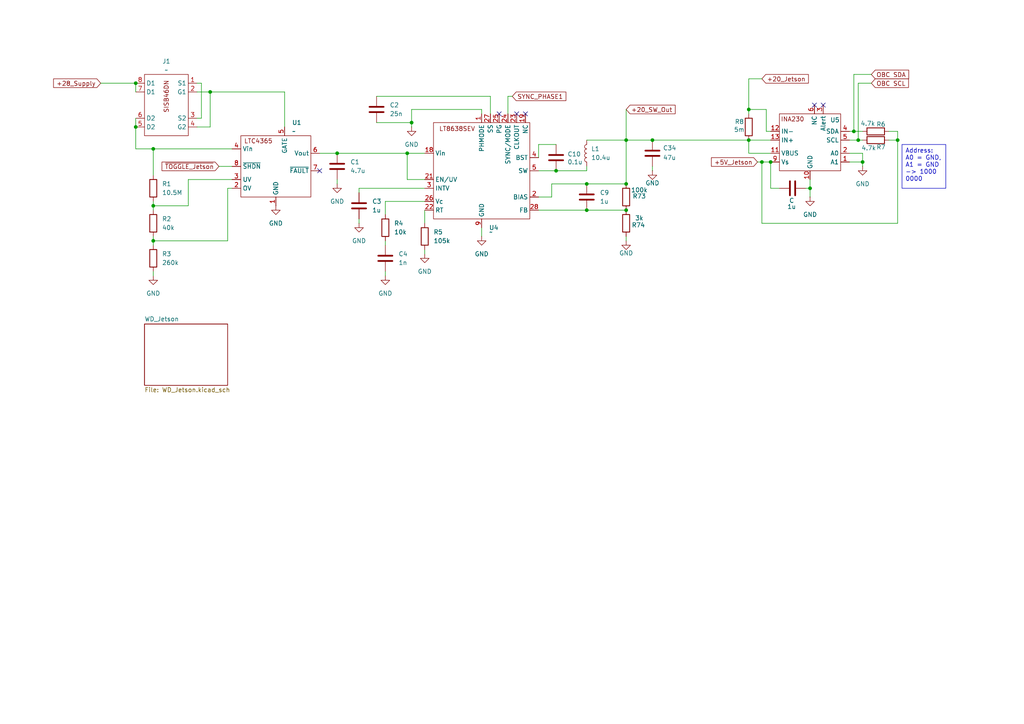
<source format=kicad_sch>
(kicad_sch (version 20250114) (generator "eeschema") (generator_version "9.0")
  (paper "A4")
  (lib_symbols
    (symbol "Device:C" (pin_numbers (hide yes)) (pin_names (offset 0.254))
      (property "Reference" "C" (at 0.635 2.54 0))
      (property "Value" "C" (at 0.635 -2.54 0))
      (symbol "C_0_1"
        (polyline (pts (xy -2.032 0.762) (xy 2.032 0.762)) (stroke (width 0.508)))
        (polyline (pts (xy -2.032 -0.762) (xy 2.032 -0.762)) (stroke (width 0.508)))
      )
      (symbol "C_1_1"
        (pin passive line (at 0 3.81 270) (length 2.794) (name "~") (number "1"))
        (pin passive line (at 0 -3.81 90) (length 2.794) (name "~") (number "2"))
      )
    )
    (symbol "Device:L" (pin_numbers (hide yes)) (pin_names (offset 1.016) (hide yes))
      (property "Reference" "L" (at -1.27 0 90))
      (property "Value" "L" (at 1.905 0 90))
      (symbol "L_0_1"
        (arc (start 0 2.54) (mid 0.6323 1.905) (end 0 1.27))
        (arc (start 0 1.27) (mid 0.6323 0.635) (end 0 0))
        (arc (start 0 0) (mid 0.6323 -0.635) (end 0 -1.27))
        (arc (start 0 -1.27) (mid 0.6323 -1.905) (end 0 -2.54))
      )
      (symbol "L_1_1"
        (pin passive line (at 0 3.81 270) (length 1.27) (name "1") (number "1"))
        (pin passive line (at 0 -3.81 90) (length 1.27) (name "2") (number "2"))
      )
    )
    (symbol "Device:R" (pin_numbers (hide yes)) (pin_names (offset 0))
      (property "Reference" "R" (at 2.032 0 90))
      (property "Value" "R" (at 0 0 90))
      (symbol "R_0_1"
        (rectangle (start -1.016 -2.54) (end 1.016 2.54) (stroke (width 0.254)))
      )
      (symbol "R_1_1"
        (pin passive line (at 0 3.81 270) (length 1.27) (name "~") (number "1"))
        (pin passive line (at 0 -3.81 90) (length 1.27) (name "~") (number "2"))
      )
    )
    (symbol "INA230:INA230 [RGT PACKAGE]"
      (property "Reference" "U" (at 7.62 7.62 0))
      (property "Value" "INA230" (at 0 0 0))
      (symbol "INA230 [RGT PACKAGE]_0_1"
        (rectangle (start -8.89 8.89) (end 8.89 -7.62))
      )
      (symbol "INA230 [RGT PACKAGE]_1_1"
        (text "INA230" (at -5.08 7.366 0) (effects (font (size 1.27 1.27))))
        (pin input line (at -11.43 3.81 0) (length 2.54) (name "IN-") (number "12"))
        (pin input line (at -11.43 1.27 0) (length 2.54) (name "IN+") (number "13"))
        (pin input line (at -11.43 -2.54 0) (length 2.54) (name "VBUS") (number "11"))
        (pin power_in line (at -11.43 -5.08 0) (length 2.54) (name "Vs") (number "9"))
        (pin power_in line (at 0 -10.16 90) (length 2.54) (name "GND") (number "10"))
        (pin passive line (at 1.27 11.43 270) (length 2.54) (name "NC") (number "6"))
        (pin output line (at 3.81 11.43 270) (length 2.54) (name "Alert") (number "3"))
        (pin bidirectional line (at 11.43 3.81 180) (length 2.54) (name "SDA") (number "4"))
        (pin bidirectional line (at 11.43 1.27 180) (length 2.54) (name "SCL") (number "5"))
        (pin input line (at 11.43 -2.54 180) (length 2.54) (name "A0") (number "2"))
        (pin input line (at 11.43 -5.08 180) (length 2.54) (name "A1") (number "1"))
      )
    )
    (symbol "LT863SEV#PBF_1"
      (property "Reference" "U" (at 12.954 -2.286 0))
      (symbol "LT863SEV#PBF_1_0_1"
        (rectangle (start -13.97 15.24) (end 13.97 -12.7))
      )
      (symbol "LT863SEV#PBF_1_1_1"
        (text "LT8638SEV\n" (at -7.112 13.462 0) (effects (font (size 1.27 1.27))))
        (pin power_in line (at -16.51 6.35 0) (length 2.54) (name "Vin") (number "18"))
        (pin input line (at -16.51 -1.27 0) (length 2.54) (name "EN/UV") (number "21"))
        (pin input line (at -16.51 -3.81 0) (length 2.54) (name "INTV") (number "3"))
        (pin input line (at -16.51 -7.62 0) (length 2.54) (name "Vc") (number "26"))
        (pin passive line (at -16.51 -10.16 0) (length 2.54) (name "RT") (number "22"))
        (pin passive line (at 0 17.78 270) (length 2.54) (name "PHMODE") (number "1"))
        (pin power_out line (at 0 -15.24 90) (length 2.54) (name "GND") (number "9"))
        (pin passive line (at 2.54 17.78 270) (length 2.54) (name "SS") (number "27"))
        (pin passive line (at 5.08 17.78 270) (length 2.54) (name "PG") (number "25"))
        (pin passive line (at 7.62 17.78 270) (length 2.54) (name "SYNC/MODE") (number "24"))
        (pin passive line (at 10.16 17.78 270) (length 2.54) (name "CLKOUT") (number "23"))
        (pin passive line (at 12.7 17.78 270) (length 2.54) (name "NC") (number "19"))
        (pin power_out line (at 16.51 5.08 180) (length 2.54) (name "BST") (number "4"))
        (pin power_out line (at 16.51 1.27 180) (length 2.54) (name "SW") (number "5"))
        (pin power_out line (at 16.51 -6.35 180) (length 2.54) (name "BIAS") (number "2"))
        (pin power_out line (at 16.51 -10.16 180) (length 2.54) (name "FB") (number "28"))
      )
    )
    (symbol "LTC4365_1"
      (property "Reference" "U" (at 7.874 -7.874 0))
      (symbol "LTC4365_1_0_1"
        (rectangle (start -11.43 8.89) (end 8.89 -8.89))
      )
      (symbol "LTC4365_1_1_1"
        (text "LTC4365\n" (at -6.35 7.366 0) (effects (font (size 1.27 1.27))))
        (pin power_in line (at -13.97 5.08 0) (length 2.54) (name "Vin") (number "4"))
        (pin input line (at -13.97 0 0) (length 2.54) (name "~{SHDN}") (number "8"))
        (pin input line (at -13.97 -3.81 0) (length 2.54) (name "UV") (number "3"))
        (pin input line (at -13.97 -6.35 0) (length 2.54) (name "OV") (number "2"))
        (pin power_in line (at -1.27 -11.43 90) (length 2.54) (name "GND") (number "1"))
        (pin output line (at 1.27 11.43 270) (length 2.54) (name "GATE") (number "5"))
        (pin power_out line (at 11.43 3.81 180) (length 2.54) (name "Vout") (number "6"))
        (pin input line (at 11.43 -1.27 180) (length 2.54) (name "~{FAULT}") (number "7"))
      )
    )
    (symbol "SISB46DN:SISB46DN"
      (property "Reference" "J" (at 10.16 -5.08 0))
      (symbol "SISB46DN_0_1"
        (rectangle (start -8.89 6.3499) (end 8.89 -6.3499))
      )
      (symbol "SISB46DN_1_1"
        (text "SISB46DN\n" (at 2.54 0 0) (effects (font (size 1.27 1.27))))
        (pin power_out line (at -6.35 8.89 270) (length 2.54) (name "D2") (number "5"))
        (pin input line (at -6.35 -8.89 90) (length 2.54) (name "G2") (number "4"))
        (pin power_out line (at -3.81 8.89 270) (length 2.54) (name "D2") (number "6"))
        (pin power_out line (at -3.81 -8.89 90) (length 2.54) (name "S2") (number "3"))
        (pin power_out line (at 3.81 8.89 270) (length 2.54) (name "D1") (number "7"))
        (pin power_out line (at 3.81 -8.89 90) (length 2.54) (name "G1") (number "2"))
        (pin power_out line (at 6.35 8.89 270) (length 2.54) (name "D1") (number "8"))
        (pin power_out line (at 6.35 -8.89 90) (length 2.54) (name "S1") (number "1"))
      )
    )
    (symbol "power:GND" (power) (pin_numbers (hide yes)) (pin_names (offset 0) (hide yes))
      (property "Value" "GND" (at 0 -3.81 0))
      (symbol "GND_0_1"
        (polyline (pts (xy 0 0) (xy 0 -1.27) (xy 1.27 -1.27) (xy 0 -2.54) (xy -1.27 -1.27) (xy 0 -1.27)))
      )
      (symbol "GND_1_1"
        (pin power_in line (at 0 0 270) (length 0) (name "~") (number "1"))
      )
    )
  )
  (text_box "Address: A0 = GND, A1 = GND -> 1000 0000" (at 261.62 41.91 0) (size 12.7 12.7) (margins 0.9525 0.9525 0.9525 0.9525) (effects (font (size 1.27 1.27)) (justify left top)))
  (junction (at 60.96 26.67))
  (junction (at 119.38 35.56))
  (junction (at 189.23 40.64))
  (junction (at 44.45 43.18))
  (junction (at 44.45 59.69))
  (junction (at 118.11 44.45))
  (junction (at 97.79 44.45))
  (junction (at 250.19 46.99))
  (junction (at 234.95 54.61))
  (junction (at 181.61 40.64))
  (junction (at 223.52 46.99))
  (junction (at 170.18 60.96))
  (junction (at 44.45 69.85))
  (junction (at 217.17 31.75))
  (junction (at 39.37 24.13))
  (junction (at 161.29 49.53))
  (junction (at 248.92 40.64))
  (junction (at 170.18 53.34))
  (junction (at 220.98 46.99))
  (junction (at 181.61 60.96))
  (junction (at 247.65 38.1))
  (junction (at 260.35 40.64))
  (junction (at 39.37 36.83))
  (junction (at 217.17 40.64))
  (junction (at 181.61 53.34))
  (no_connect (at 144.78 33.02))
  (no_connect (at 238.76 30.48))
  (no_connect (at 152.4 33.02))
  (no_connect (at 92.71 49.53))
  (no_connect (at 236.22 30.48))
  (no_connect (at 149.86 33.02))
  (wire (pts (xy 104.14 63.5) (xy 104.14 64.77)))
  (wire (pts (xy 234.95 54.61) (xy 234.95 52.07)))
  (wire (pts (xy 60.96 26.67) (xy 82.55 26.67)))
  (wire (pts (xy 44.45 43.18) (xy 44.45 50.8)))
  (wire (pts (xy 123.19 60.96) (xy 123.19 64.77)))
  (wire (pts (xy 260.35 40.64) (xy 260.35 38.1)))
  (wire (pts (xy 246.38 40.64) (xy 248.92 40.64)))
  (wire (pts (xy 247.65 38.1) (xy 250.19 38.1)))
  (wire (pts (xy 44.45 69.85) (xy 66.04 69.85)))
  (wire (pts (xy 142.24 33.02) (xy 142.24 27.94)))
  (wire (pts (xy 248.92 24.13) (xy 252.73 24.13)))
  (wire (pts (xy 220.98 46.99) (xy 223.52 46.99)))
  (wire (pts (xy 57.15 26.67) (xy 60.96 26.67)))
  (wire (pts (xy 220.98 64.77) (xy 260.35 64.77)))
  (wire (pts (xy 39.37 43.18) (xy 44.45 43.18)))
  (wire (pts (xy 189.23 48.26) (xy 189.23 49.53)))
  (wire (pts (xy 119.38 31.75) (xy 119.38 35.56)))
  (wire (pts (xy 66.04 69.85) (xy 66.04 54.61)))
  (wire (pts (xy 57.15 36.83) (xy 60.96 36.83)))
  (wire (pts (xy 104.14 55.88) (xy 104.14 54.61)))
  (wire (pts (xy 217.17 31.75) (xy 217.17 22.86)))
  (wire (pts (xy 111.76 69.85) (xy 111.76 71.12)))
  (wire (pts (xy 222.25 31.75) (xy 222.25 38.1)))
  (wire (pts (xy 123.19 52.07) (xy 118.11 52.07)))
  (wire (pts (xy 111.76 78.74) (xy 111.76 80.01)))
  (wire (pts (xy 58.42 34.29) (xy 58.42 24.13)))
  (wire (pts (xy 44.45 59.69) (xy 44.45 60.96)))
  (wire (pts (xy 247.65 21.59) (xy 252.73 21.59)))
  (wire (pts (xy 58.42 24.13) (xy 57.15 24.13)))
  (wire (pts (xy 44.45 58.42) (xy 44.45 59.69)))
  (wire (pts (xy 220.98 46.99) (xy 220.98 64.77)))
  (wire (pts (xy 111.76 58.42) (xy 111.76 62.23)))
  (wire (pts (xy 139.7 66.04) (xy 139.7 68.58)))
  (wire (pts (xy 246.38 38.1) (xy 247.65 38.1)))
  (wire (pts (xy 156.21 41.91) (xy 161.29 41.91)))
  (wire (pts (xy 181.61 40.64) (xy 170.18 40.64)))
  (wire (pts (xy 257.81 40.64) (xy 260.35 40.64)))
  (wire (pts (xy 223.52 46.99) (xy 223.52 54.61)))
  (wire (pts (xy 142.24 27.94) (xy 109.22 27.94)))
  (wire (pts (xy 181.61 40.64) (xy 181.61 53.34)))
  (wire (pts (xy 260.35 38.1) (xy 257.81 38.1)))
  (wire (pts (xy 248.92 40.64) (xy 248.92 24.13)))
  (wire (pts (xy 222.25 38.1) (xy 223.52 38.1)))
  (wire (pts (xy 118.11 52.07) (xy 118.11 44.45)))
  (wire (pts (xy 119.38 36.83) (xy 119.38 35.56)))
  (wire (pts (xy 160.02 53.34) (xy 160.02 57.15)))
  (wire (pts (xy 246.38 44.45) (xy 250.19 44.45)))
  (wire (pts (xy 44.45 69.85) (xy 44.45 71.12)))
  (wire (pts (xy 156.21 57.15) (xy 160.02 57.15)))
  (wire (pts (xy 217.17 40.64) (xy 217.17 44.45)))
  (wire (pts (xy 109.22 35.56) (xy 119.38 35.56)))
  (wire (pts (xy 170.18 49.53) (xy 170.18 48.26)))
  (wire (pts (xy 217.17 40.64) (xy 223.52 40.64)))
  (wire (pts (xy 234.95 57.15) (xy 234.95 54.61)))
  (wire (pts (xy 39.37 36.83) (xy 39.37 43.18)))
  (wire (pts (xy 260.35 64.77) (xy 260.35 40.64)))
  (wire (pts (xy 156.21 49.53) (xy 161.29 49.53)))
  (wire (pts (xy 248.92 40.64) (xy 250.19 40.64)))
  (wire (pts (xy 104.14 54.61) (xy 123.19 54.61)))
  (wire (pts (xy 123.19 72.39) (xy 123.19 73.66)))
  (wire (pts (xy 161.29 49.53) (xy 170.18 49.53)))
  (wire (pts (xy 219.71 46.99) (xy 220.98 46.99)))
  (wire (pts (xy 82.55 26.67) (xy 82.55 36.83)))
  (wire (pts (xy 139.7 31.75) (xy 119.38 31.75)))
  (wire (pts (xy 246.38 46.99) (xy 250.19 46.99)))
  (wire (pts (xy 217.17 31.75) (xy 222.25 31.75)))
  (wire (pts (xy 217.17 44.45) (xy 223.52 44.45)))
  (wire (pts (xy 97.79 52.07) (xy 97.79 53.34)))
  (wire (pts (xy 233.68 54.61) (xy 234.95 54.61)))
  (wire (pts (xy 54.61 52.07) (xy 54.61 59.69)))
  (wire (pts (xy 44.45 78.74) (xy 44.45 80.01)))
  (wire (pts (xy 170.18 53.34) (xy 181.61 53.34)))
  (wire (pts (xy 156.21 60.96) (xy 170.18 60.96)))
  (wire (pts (xy 54.61 52.07) (xy 67.31 52.07)))
  (wire (pts (xy 44.45 68.58) (xy 44.45 69.85)))
  (wire (pts (xy 29.21 24.13) (xy 39.37 24.13)))
  (wire (pts (xy 66.04 54.61) (xy 67.31 54.61)))
  (wire (pts (xy 123.19 58.42) (xy 111.76 58.42)))
  (wire (pts (xy 44.45 43.18) (xy 67.31 43.18)))
  (wire (pts (xy 44.45 59.69) (xy 54.61 59.69)))
  (wire (pts (xy 57.15 34.29) (xy 58.42 34.29)))
  (wire (pts (xy 139.7 31.75) (xy 139.7 33.02)))
  (wire (pts (xy 92.71 44.45) (xy 97.79 44.45)))
  (wire (pts (xy 181.61 40.64) (xy 189.23 40.64)))
  (wire (pts (xy 156.21 45.72) (xy 156.21 41.91)))
  (wire (pts (xy 217.17 22.86) (xy 220.98 22.86)))
  (wire (pts (xy 39.37 34.29) (xy 39.37 36.83)))
  (wire (pts (xy 247.65 38.1) (xy 247.65 21.59)))
  (wire (pts (xy 160.02 53.34) (xy 170.18 53.34)))
  (wire (pts (xy 63.5 48.26) (xy 67.31 48.26)))
  (wire (pts (xy 97.79 44.45) (xy 118.11 44.45)))
  (wire (pts (xy 181.61 40.64) (xy 181.61 31.75)))
  (wire (pts (xy 170.18 60.96) (xy 181.61 60.96)))
  (wire (pts (xy 189.23 40.64) (xy 217.17 40.64)))
  (wire (pts (xy 223.52 54.61) (xy 226.06 54.61)))
  (wire (pts (xy 60.96 26.67) (xy 60.96 36.83)))
  (wire (pts (xy 148.59 27.94) (xy 147.32 27.94)))
  (wire (pts (xy 118.11 44.45) (xy 123.19 44.45)))
  (wire (pts (xy 147.32 27.94) (xy 147.32 33.02)))
  (wire (pts (xy 250.19 44.45) (xy 250.19 46.99)))
  (wire (pts (xy 217.17 31.75) (xy 217.17 33.02)))
  (wire (pts (xy 181.61 69.85) (xy 181.61 68.58)))
  (wire (pts (xy 250.19 46.99) (xy 250.19 48.26)))
  (wire (pts (xy 39.37 24.13) (xy 39.37 26.67)))
  (global_label "+20_SW_Out" (shape input) (at 181.61 31.75 0) (property "Intersheetrefs" "${INTERSHEET_REFS}" (effects (hide yes))))
  (global_label "+20_Jetson" (shape input) (at 220.98 22.86 0) (property "Intersheetrefs" "${INTERSHEET_REFS}" (effects (hide yes))))
  (global_label "+28_Supply" (shape input) (at 29.21 24.13 180) (property "Intersheetrefs" "${INTERSHEET_REFS}" (effects (hide yes))))
  (global_label "OBC SDA" (shape input) (at 252.73 21.59 0) (property "Intersheetrefs" "${INTERSHEET_REFS}" (effects (hide yes))))
  (global_label "OBC SCL" (shape input) (at 252.73 24.13 0) (property "Intersheetrefs" "${INTERSHEET_REFS}" (effects (hide yes))))
  (global_label "+5V_Jetson" (shape input) (at 219.71 46.99 180) (property "Intersheetrefs" "${INTERSHEET_REFS}" (effects (hide yes))))
  (global_label "SYNC_PHASE1" (shape input) (at 148.59 27.94 0) (property "Intersheetrefs" "${INTERSHEET_REFS}" (effects (hide yes))))
  (global_label "~{TOGGLE_Jetson}" (shape input) (at 63.5 48.26 180) (property "Intersheetrefs" "${INTERSHEET_REFS}" (effects (hide yes))))
  (symbol (lib_id "Device:C") (at 97.79 48.26 0) (unit 1)
    (property "Reference" "C1" (at 101.6 46.9899 0) (effects (justify left)))
    (property "Value" "4.7u" (at 101.6 49.5299 0) (effects (justify left)))
    (property "Description" "Unpolarized capacitor" (effects (hide yes)))
  )
  (symbol (lib_id "Device:R") (at 44.45 54.61 0) (unit 1)
    (property "Reference" "R1" (at 46.99 53.3399 0) (effects (justify left)))
    (property "Value" "10.5M" (at 46.99 55.8799 0) (effects (justify left)))
    (property "Description" "Resistor" (effects (hide yes)))
  )
  (symbol (lib_id "power:GND") (at 119.38 36.83 0) (unit 1)
    (property "Reference" "#PWR07" (effects (hide yes)))
    (property "Value" "GND" (at 119.38 41.91 0))
    (property "Description" "Power symbol creates a global label with name \"GND\" , ground" (effects (hide yes)))
  )
  (symbol (lib_id "Device:C") (at 161.29 45.72 0) (unit 1)
    (property "Reference" "C10" (at 164.592 44.704 0) (effects (justify left)))
    (property "Value" "0.1u" (at 164.592 46.99 0) (effects (justify left)))
    (property "Description" "Unpolarized capacitor" (effects (hide yes)))
  )
  (symbol (lib_id "Device:R") (at 44.45 74.93 0) (unit 1)
    (property "Reference" "R3" (at 46.99 73.6599 0) (effects (justify left)))
    (property "Value" "260k" (at 46.99 76.1999 0) (effects (justify left)))
    (property "Description" "Resistor" (effects (hide yes)))
  )
  (symbol (lib_id "Device:R") (at 254 38.1 90) (unit 1)
    (property "Reference" "R6" (at 255.524 36.068 90))
    (property "Value" "4.7k" (at 251.714 35.814 90))
    (property "Description" "Resistor" (effects (hide yes)))
  )
  (symbol (lib_id "power:GND") (at 123.19 73.66 0) (unit 1)
    (property "Reference" "#PWR010" (effects (hide yes)))
    (property "Value" "GND" (at 123.19 78.74 0))
    (property "Description" "Power symbol creates a global label with name \"GND\" , ground" (effects (hide yes)))
  )
  (symbol (lib_id "Device:R") (at 111.76 66.04 0) (unit 1)
    (property "Reference" "R4" (at 114.3 64.7699 0) (effects (justify left)))
    (property "Value" "10k" (at 114.3 67.3099 0) (effects (justify left)))
    (property "Description" "Resistor" (effects (hide yes)))
  )
  (symbol (lib_id "Device:C") (at 109.22 31.75 0) (unit 1)
    (property "Reference" "C2" (at 113.03 30.4799 0) (effects (justify left)))
    (property "Value" "25n" (at 113.03 33.0199 0) (effects (justify left)))
    (property "Description" "Unpolarized capacitor" (effects (hide yes)))
  )
  (symbol (lib_name "LTC4365_1") (lib_id "LTC4365:LTC4365") (at 81.28 48.26 0) (unit 1)
    (property "Reference" "U1" (at 84.6933 35.56 0) (effects (justify left)))
    (property "Value" "~" (at 84.6933 38.1 0) (effects (justify left)))
    (property "Footprint" "RevC Footprints:LTC4365" (effects (hide yes)))
    (property "Datasheet" "https://www.analog.com/media/en/technical-documentation/data-sheets/LTC4365.pdf" (effects (hide yes)))
    (property "Description" "Overvoltage, Undervoltage and Reverse Supply Protection Controller" (effects (hide yes)))
  )
  (symbol (lib_id "power:GND") (at 111.76 80.01 0) (unit 1)
    (property "Reference" "#PWR09" (effects (hide yes)))
    (property "Value" "GND" (at 111.76 85.09 0))
    (property "Description" "Power symbol creates a global label with name \"GND\" , ground" (effects (hide yes)))
  )
  (symbol (lib_id "power:GND") (at 44.45 80.01 0) (unit 1)
    (property "Reference" "#PWR04" (effects (hide yes)))
    (property "Value" "GND" (at 44.45 85.09 0))
    (property "Description" "Power symbol creates a global label with name \"GND\" , ground" (effects (hide yes)))
  )
  (symbol (lib_id "Device:C") (at 189.23 44.45 0) (unit 1)
    (property "Reference" "C34" (at 192.278 42.926 0) (effects (justify left)))
    (property "Value" "47u" (at 192.278 45.72 0) (effects (justify left)))
    (property "Description" "Unpolarized capacitor" (effects (hide yes)))
  )
  (symbol (lib_name "LT863SEV#PBF_1") (lib_id "LT8638SEV#PBF:LT863SEV#PBF") (at 139.7 50.8 0) (unit 1)
    (property "Reference" "U4" (at 141.8433 66.04 0) (effects (justify left)))
    (property "Value" "~" (at 141.8433 67.31 0) (effects (justify left)))
    (property "Footprint" "RevC Footprints:LT8638SEVPBF" (effects (hide yes)))
    (property "Datasheet" "https://www.mouser.com/datasheet/2/609/lt8638s-2301712.pdf" (effects (hide yes)))
    (property "Description" "42V, 10A/12A Peak Synchronous Step-Down Silent Switcher 2" (effects (hide yes)))
  )
  (symbol (lib_id "Device:C") (at 104.14 59.69 0) (unit 1)
    (property "Reference" "C3" (at 107.95 58.4199 0) (effects (justify left)))
    (property "Value" "1u" (at 107.95 60.9599 0) (effects (justify left)))
    (property "Description" "Unpolarized capacitor" (effects (hide yes)))
  )
  (symbol (lib_id "power:GND") (at 181.61 69.85 0) (unit 1)
    (property "Reference" "#PWR057" (effects (hide yes)))
    (property "Value" "GND" (at 181.61 73.406 0))
    (property "Description" "Power symbol creates a global label with name \"GND\" , ground" (effects (hide yes)))
  )
  (symbol (lib_id "power:GND") (at 189.23 49.53 0) (unit 1)
    (property "Reference" "#PWR058" (effects (hide yes)))
    (property "Value" "GND" (at 189.23 53.086 0))
    (property "Description" "Power symbol creates a global label with name \"GND\" , ground" (effects (hide yes)))
  )
  (symbol (lib_id "Device:C") (at 111.76 74.93 0) (unit 1)
    (property "Reference" "C4" (at 115.57 73.6599 0) (effects (justify left)))
    (property "Value" "1n" (at 115.57 76.1999 0) (effects (justify left)))
    (property "Description" "Unpolarized capacitor" (effects (hide yes)))
  )
  (symbol (lib_id "Device:R") (at 181.61 64.77 0) (unit 1)
    (property "Reference" "R74" (at 185.166 65.278 0))
    (property "Value" "3k" (at 185.42 63.246 0))
    (property "Description" "Resistor" (effects (hide yes)))
  )
  (symbol (lib_id "power:GND") (at 80.01 59.69 0) (unit 1)
    (property "Reference" "#PWR01" (effects (hide yes)))
    (property "Value" "GND" (at 80.01 64.77 0))
    (property "Description" "Power symbol creates a global label with name \"GND\" , ground" (effects (hide yes)))
  )
  (symbol (lib_id "Device:R") (at 123.19 68.58 0) (unit 1)
    (property "Reference" "R5" (at 125.73 67.3099 0) (effects (justify left)))
    (property "Value" "105k" (at 125.73 69.8499 0) (effects (justify left)))
    (property "Description" "Resistor" (effects (hide yes)))
  )
  (symbol (lib_id "power:GND") (at 104.14 64.77 0) (unit 1)
    (property "Reference" "#PWR08" (effects (hide yes)))
    (property "Value" "GND" (at 104.14 69.85 0))
    (property "Description" "Power symbol creates a global label with name \"GND\" , ground" (effects (hide yes)))
  )
  (symbol (lib_id "Device:R") (at 181.61 57.15 180) (unit 1)
    (property "Reference" "R73" (at 185.42 56.896 0))
    (property "Value" "100k" (at 185.42 55.118 0))
    (property "Description" "Resistor" (effects (hide yes)))
  )
  (symbol (lib_id "SISB46DN:SISB46DN") (at 48.26 30.48 90) (unit 1)
    (property "Reference" "J1" (at 48.26 17.78 90))
    (property "Value" "~" (at 48.26 20.32 90))
    (property "Footprint" "RevC Footprints:MOSFET_DN-T1-GE3_VIS" (effects (hide yes)))
    (property "Datasheet" "https://www.vishay.com/docs/76655/sisb46dn.pdf" (effects (hide yes)))
    (property "Description" "Dual N-Channel 40V (D-S) MOSFET" (effects (hide yes)))
  )
  (symbol (lib_id "Device:R") (at 44.45 64.77 0) (unit 1)
    (property "Reference" "R2" (at 46.99 63.4999 0) (effects (justify left)))
    (property "Value" "40k" (at 46.99 66.0399 0) (effects (justify left)))
    (property "Description" "Resistor" (effects (hide yes)))
  )
  (symbol (lib_id "Device:C") (at 229.87 54.61 270) (unit 1)
    (property "Reference" "1u" (at 229.616 59.944 90))
    (property "Value" "C" (at 229.616 58.166 90))
    (property "Description" "Unpolarized capacitor" (effects (hide yes)))
  )
  (symbol (lib_id "INA230:INA230 [RGT PACKAGE]") (at 234.95 41.91 0) (unit 1)
    (property "Reference" "U5" (at 240.792 34.798 0) (effects (justify left)))
    (property "Value" "INA230" (effects (hide yes)))
    (property "Footprint" "RevC Footprints:INA230AIRGTT" (effects (hide yes)))
    (property "Datasheet" "https://www.ti.com/lit/ds/symlink/ina230.pdf?ts=1739195723292" (effects (hide yes)))
    (property "Description" "INA230 36V, 16-Bit, I2C Output Current, Voltage and Power Monitor With Alert" (effects (hide yes)))
  )
  (symbol (lib_id "Device:L") (at 170.18 44.45 180) (unit 1)
    (property "Reference" "L1" (at 171.45 43.1799 0) (effects (justify right)))
    (property "Value" "10.4u" (at 171.45 45.7199 0) (effects (justify right)))
    (property "Description" "Inductor" (effects (hide yes)))
  )
  (symbol (lib_id "Device:R") (at 217.17 36.83 0) (unit 1)
    (property "Reference" "R8" (at 213.106 35.306 0) (effects (justify left)))
    (property "Value" "5m" (at 212.852 37.592 0) (effects (justify left)))
    (property "Description" "Resistor" (effects (hide yes)))
  )
  (symbol (lib_id "power:GND") (at 139.7 68.58 0) (unit 1)
    (property "Reference" "#PWR02" (effects (hide yes)))
    (property "Value" "GND" (at 139.7 73.66 0))
    (property "Description" "Power symbol creates a global label with name \"GND\" , ground" (effects (hide yes)))
  )
  (symbol (lib_id "power:GND") (at 250.19 48.26 0) (unit 1)
    (property "Reference" "#PWR011" (effects (hide yes)))
    (property "Value" "GND" (at 250.19 53.34 0))
    (property "Description" "Power symbol creates a global label with name \"GND\" , ground" (effects (hide yes)))
  )
  (symbol (lib_id "Device:C") (at 170.18 57.15 0) (unit 1)
    (property "Reference" "C9" (at 173.99 55.8799 0) (effects (justify left)))
    (property "Value" "1u" (at 173.99 58.4199 0) (effects (justify left)))
    (property "Description" "Unpolarized capacitor" (effects (hide yes)))
  )
  (symbol (lib_id "Device:R") (at 254 40.64 90) (unit 1)
    (property "Reference" "R7" (at 255.524 42.672 90))
    (property "Value" "4.7k" (at 251.968 42.926 90))
    (property "Description" "Resistor" (effects (hide yes)))
  )
  (symbol (lib_id "power:GND") (at 97.79 53.34 0) (unit 1)
    (property "Reference" "#PWR06" (effects (hide yes)))
    (property "Value" "GND" (at 97.79 58.42 0))
    (property "Description" "Power symbol creates a global label with name \"GND\" , ground" (effects (hide yes)))
  )
  (symbol (lib_id "power:GND") (at 234.95 57.15 0) (unit 1)
    (property "Reference" "#PWR03" (effects (hide yes)))
    (property "Value" "GND" (at 234.95 62.23 0))
    (property "Description" "Power symbol creates a global label with name \"GND\" , ground" (effects (hide yes)))
  )
  (sheet (at 41.91 93.98) (size 24.13 17.78) (stroke (width 0.1524))
    (property "Sheetname" "WD_Jetson" (at 41.91 93.2684 0) (effects (justify left bottom)))
    (property "Sheetfile" "WD_Jetson.kicad_sch" (at 41.91 112.3446 0) (effects (justify left top)))
  )
)
</source>
